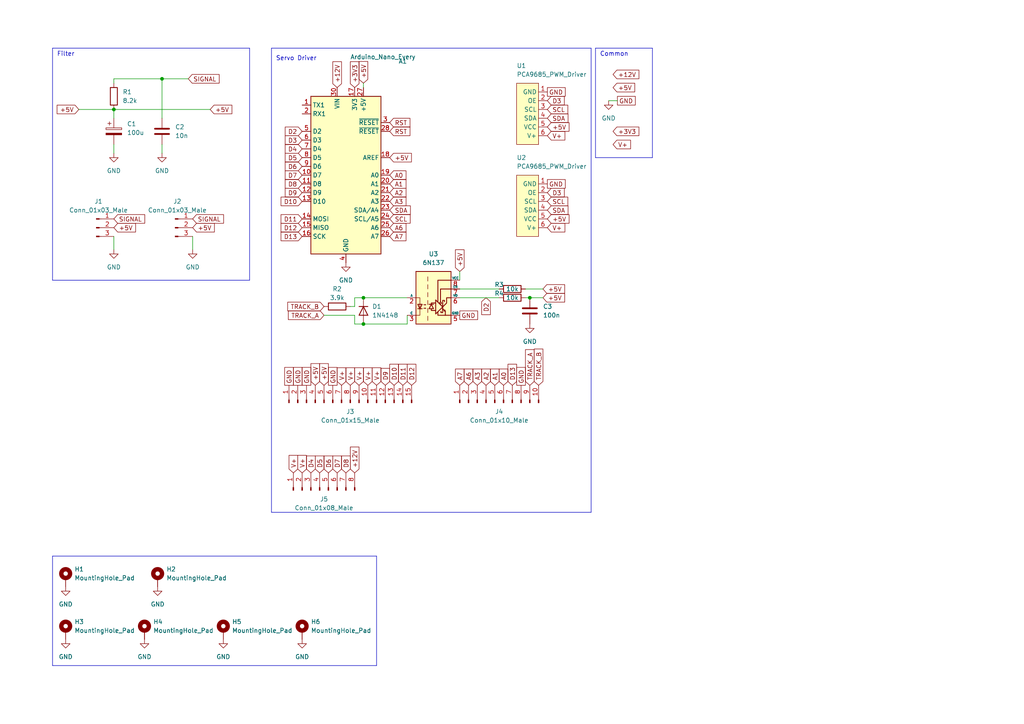
<source format=kicad_sch>
(kicad_sch (version 20230121) (generator eeschema)
  (paper "A4")
  (lib_symbols
    (symbol "Connector:Conn_01x03_Pin" (pin_names (offset 1.016) hide)
      (property "Reference" "J" (at 0 5.08 0))
      (property "Value" "Conn_01x03_Pin" (at 0 -5.08 0))
      (symbol "Conn_01x03_Pin_1_1"
        (polyline (pts (xy 1.27 -2.54) (xy 0.8636 -2.54)) (stroke (width 0.1524)))
        (polyline (pts (xy 1.27 0) (xy 0.8636 0)) (stroke (width 0.1524)))
        (polyline (pts (xy 1.27 2.54) (xy 0.8636 2.54)) (stroke (width 0.1524)))
        (rectangle (start 0.8636 -2.413) (end 0 -2.667) (stroke (width 0.1524)) (fill (type outline)))
        (rectangle (start 0.8636 0.127) (end 0 -0.127) (stroke (width 0.1524)) (fill (type outline)))
        (rectangle (start 0.8636 2.667) (end 0 2.413) (stroke (width 0.1524)) (fill (type outline)))
        (pin passive line (at 5.08 2.54 180) (length 3.81) (name "Pin_1") (number "1"))
        (pin passive line (at 5.08 0 180) (length 3.81) (name "Pin_2") (number "2"))
        (pin passive line (at 5.08 -2.54 180) (length 3.81) (name "Pin_3") (number "3"))
      )
    )
    (symbol "Connector:Conn_01x08_Pin" (pin_names (offset 1.016) hide)
      (property "Reference" "J" (at 0 10.16 0))
      (property "Value" "Conn_01x08_Pin" (at 0 -12.7 0))
      (symbol "Conn_01x08_Pin_1_1"
        (polyline (pts (xy 1.27 -10.16) (xy 0.8636 -10.16)) (stroke (width 0.1524)))
        (polyline (pts (xy 1.27 -7.62) (xy 0.8636 -7.62)) (stroke (width 0.1524)))
        (polyline (pts (xy 1.27 -5.08) (xy 0.8636 -5.08)) (stroke (width 0.1524)))
        (polyline (pts (xy 1.27 -2.54) (xy 0.8636 -2.54)) (stroke (width 0.1524)))
        (polyline (pts (xy 1.27 0) (xy 0.8636 0)) (stroke (width 0.1524)))
        (polyline (pts (xy 1.27 2.54) (xy 0.8636 2.54)) (stroke (width 0.1524)))
        (polyline (pts (xy 1.27 5.08) (xy 0.8636 5.08)) (stroke (width 0.1524)))
        (polyline (pts (xy 1.27 7.62) (xy 0.8636 7.62)) (stroke (width 0.1524)))
        (rectangle (start 0.8636 -10.033) (end 0 -10.287) (stroke (width 0.1524)) (fill (type outline)))
        (rectangle (start 0.8636 -7.493) (end 0 -7.747) (stroke (width 0.1524)) (fill (type outline)))
        (rectangle (start 0.8636 -4.953) (end 0 -5.207) (stroke (width 0.1524)) (fill (type outline)))
        (rectangle (start 0.8636 -2.413) (end 0 -2.667) (stroke (width 0.1524)) (fill (type outline)))
        (rectangle (start 0.8636 0.127) (end 0 -0.127) (stroke (width 0.1524)) (fill (type outline)))
        (rectangle (start 0.8636 2.667) (end 0 2.413) (stroke (width 0.1524)) (fill (type outline)))
        (rectangle (start 0.8636 5.207) (end 0 4.953) (stroke (width 0.1524)) (fill (type outline)))
        (rectangle (start 0.8636 7.747) (end 0 7.493) (stroke (width 0.1524)) (fill (type outline)))
        (pin passive line (at 5.08 7.62 180) (length 3.81) (name "Pin_1") (number "1"))
        (pin passive line (at 5.08 5.08 180) (length 3.81) (name "Pin_2") (number "2"))
        (pin passive line (at 5.08 2.54 180) (length 3.81) (name "Pin_3") (number "3"))
        (pin passive line (at 5.08 0 180) (length 3.81) (name "Pin_4") (number "4"))
        (pin passive line (at 5.08 -2.54 180) (length 3.81) (name "Pin_5") (number "5"))
        (pin passive line (at 5.08 -5.08 180) (length 3.81) (name "Pin_6") (number "6"))
        (pin passive line (at 5.08 -7.62 180) (length 3.81) (name "Pin_7") (number "7"))
        (pin passive line (at 5.08 -10.16 180) (length 3.81) (name "Pin_8") (number "8"))
      )
    )
    (symbol "Connector:Conn_01x10_Pin" (pin_names (offset 1.016) hide)
      (property "Reference" "J" (at 0 12.7 0))
      (property "Value" "Conn_01x10_Pin" (at 0 -15.24 0))
      (symbol "Conn_01x10_Pin_1_1"
        (polyline (pts (xy 1.27 -12.7) (xy 0.8636 -12.7)) (stroke (width 0.1524)))
        (polyline (pts (xy 1.27 -10.16) (xy 0.8636 -10.16)) (stroke (width 0.1524)))
        (polyline (pts (xy 1.27 -7.62) (xy 0.8636 -7.62)) (stroke (width 0.1524)))
        (polyline (pts (xy 1.27 -5.08) (xy 0.8636 -5.08)) (stroke (width 0.1524)))
        (polyline (pts (xy 1.27 -2.54) (xy 0.8636 -2.54)) (stroke (width 0.1524)))
        (polyline (pts (xy 1.27 0) (xy 0.8636 0)) (stroke (width 0.1524)))
        (polyline (pts (xy 1.27 2.54) (xy 0.8636 2.54)) (stroke (width 0.1524)))
        (polyline (pts (xy 1.27 5.08) (xy 0.8636 5.08)) (stroke (width 0.1524)))
        (polyline (pts (xy 1.27 7.62) (xy 0.8636 7.62)) (stroke (width 0.1524)))
        (polyline (pts (xy 1.27 10.16) (xy 0.8636 10.16)) (stroke (width 0.1524)))
        (rectangle (start 0.8636 -12.573) (end 0 -12.827) (stroke (width 0.1524)) (fill (type outline)))
        (rectangle (start 0.8636 -10.033) (end 0 -10.287) (stroke (width 0.1524)) (fill (type outline)))
        (rectangle (start 0.8636 -7.493) (end 0 -7.747) (stroke (width 0.1524)) (fill (type outline)))
        (rectangle (start 0.8636 -4.953) (end 0 -5.207) (stroke (width 0.1524)) (fill (type outline)))
        (rectangle (start 0.8636 -2.413) (end 0 -2.667) (stroke (width 0.1524)) (fill (type outline)))
        (rectangle (start 0.8636 0.127) (end 0 -0.127) (stroke (width 0.1524)) (fill (type outline)))
        (rectangle (start 0.8636 2.667) (end 0 2.413) (stroke (width 0.1524)) (fill (type outline)))
        (rectangle (start 0.8636 5.207) (end 0 4.953) (stroke (width 0.1524)) (fill (type outline)))
        (rectangle (start 0.8636 7.747) (end 0 7.493) (stroke (width 0.1524)) (fill (type outline)))
        (rectangle (start 0.8636 10.287) (end 0 10.033) (stroke (width 0.1524)) (fill (type outline)))
        (pin passive line (at 5.08 10.16 180) (length 3.81) (name "Pin_1") (number "1"))
        (pin passive line (at 5.08 -12.7 180) (length 3.81) (name "Pin_10") (number "10"))
        (pin passive line (at 5.08 7.62 180) (length 3.81) (name "Pin_2") (number "2"))
        (pin passive line (at 5.08 5.08 180) (length 3.81) (name "Pin_3") (number "3"))
        (pin passive line (at 5.08 2.54 180) (length 3.81) (name "Pin_4") (number "4"))
        (pin passive line (at 5.08 0 180) (length 3.81) (name "Pin_5") (number "5"))
        (pin passive line (at 5.08 -2.54 180) (length 3.81) (name "Pin_6") (number "6"))
        (pin passive line (at 5.08 -5.08 180) (length 3.81) (name "Pin_7") (number "7"))
        (pin passive line (at 5.08 -7.62 180) (length 3.81) (name "Pin_8") (number "8"))
        (pin passive line (at 5.08 -10.16 180) (length 3.81) (name "Pin_9") (number "9"))
      )
    )
    (symbol "Connector:Conn_01x15_Pin" (pin_names (offset 1.016) hide)
      (property "Reference" "J" (at 0 20.32 0))
      (property "Value" "Conn_01x15_Pin" (at 0 -20.32 0))
      (symbol "Conn_01x15_Pin_1_1"
        (polyline (pts (xy 1.27 -17.78) (xy 0.8636 -17.78)) (stroke (width 0.1524)))
        (polyline (pts (xy 1.27 -15.24) (xy 0.8636 -15.24)) (stroke (width 0.1524)))
        (polyline (pts (xy 1.27 -12.7) (xy 0.8636 -12.7)) (stroke (width 0.1524)))
        (polyline (pts (xy 1.27 -10.16) (xy 0.8636 -10.16)) (stroke (width 0.1524)))
        (polyline (pts (xy 1.27 -7.62) (xy 0.8636 -7.62)) (stroke (width 0.1524)))
        (polyline (pts (xy 1.27 -5.08) (xy 0.8636 -5.08)) (stroke (width 0.1524)))
        (polyline (pts (xy 1.27 -2.54) (xy 0.8636 -2.54)) (stroke (width 0.1524)))
        (polyline (pts (xy 1.27 0) (xy 0.8636 0)) (stroke (width 0.1524)))
        (polyline (pts (xy 1.27 2.54) (xy 0.8636 2.54)) (stroke (width 0.1524)))
        (polyline (pts (xy 1.27 5.08) (xy 0.8636 5.08)) (stroke (width 0.1524)))
        (polyline (pts (xy 1.27 7.62) (xy 0.8636 7.62)) (stroke (width 0.1524)))
        (polyline (pts (xy 1.27 10.16) (xy 0.8636 10.16)) (stroke (width 0.1524)))
        (polyline (pts (xy 1.27 12.7) (xy 0.8636 12.7)) (stroke (width 0.1524)))
        (polyline (pts (xy 1.27 15.24) (xy 0.8636 15.24)) (stroke (width 0.1524)))
        (polyline (pts (xy 1.27 17.78) (xy 0.8636 17.78)) (stroke (width 0.1524)))
        (rectangle (start 0.8636 -17.653) (end 0 -17.907) (stroke (width 0.1524)) (fill (type outline)))
        (rectangle (start 0.8636 -15.113) (end 0 -15.367) (stroke (width 0.1524)) (fill (type outline)))
        (rectangle (start 0.8636 -12.573) (end 0 -12.827) (stroke (width 0.1524)) (fill (type outline)))
        (rectangle (start 0.8636 -10.033) (end 0 -10.287) (stroke (width 0.1524)) (fill (type outline)))
        (rectangle (start 0.8636 -7.493) (end 0 -7.747) (stroke (width 0.1524)) (fill (type outline)))
        (rectangle (start 0.8636 -4.953) (end 0 -5.207) (stroke (width 0.1524)) (fill (type outline)))
        (rectangle (start 0.8636 -2.413) (end 0 -2.667) (stroke (width 0.1524)) (fill (type outline)))
        (rectangle (start 0.8636 0.127) (end 0 -0.127) (stroke (width 0.1524)) (fill (type outline)))
        (rectangle (start 0.8636 2.667) (end 0 2.413) (stroke (width 0.1524)) (fill (type outline)))
        (rectangle (start 0.8636 5.207) (end 0 4.953) (stroke (width 0.1524)) (fill (type outline)))
        (rectangle (start 0.8636 7.747) (end 0 7.493) (stroke (width 0.1524)) (fill (type outline)))
        (rectangle (start 0.8636 10.287) (end 0 10.033) (stroke (width 0.1524)) (fill (type outline)))
        (rectangle (start 0.8636 12.827) (end 0 12.573) (stroke (width 0.1524)) (fill (type outline)))
        (rectangle (start 0.8636 15.367) (end 0 15.113) (stroke (width 0.1524)) (fill (type outline)))
        (rectangle (start 0.8636 17.907) (end 0 17.653) (stroke (width 0.1524)) (fill (type outline)))
        (pin passive line (at 5.08 17.78 180) (length 3.81) (name "Pin_1") (number "1"))
        (pin passive line (at 5.08 -5.08 180) (length 3.81) (name "Pin_10") (number "10"))
        (pin passive line (at 5.08 -7.62 180) (length 3.81) (name "Pin_11") (number "11"))
        (pin passive line (at 5.08 -10.16 180) (length 3.81) (name "Pin_12") (number "12"))
        (pin passive line (at 5.08 -12.7 180) (length 3.81) (name "Pin_13") (number "13"))
        (pin passive line (at 5.08 -15.24 180) (length 3.81) (name "Pin_14") (number "14"))
        (pin passive line (at 5.08 -17.78 180) (length 3.81) (name "Pin_15") (number "15"))
        (pin passive line (at 5.08 15.24 180) (length 3.81) (name "Pin_2") (number "2"))
        (pin passive line (at 5.08 12.7 180) (length 3.81) (name "Pin_3") (number "3"))
        (pin passive line (at 5.08 10.16 180) (length 3.81) (name "Pin_4") (number "4"))
        (pin passive line (at 5.08 7.62 180) (length 3.81) (name "Pin_5") (number "5"))
        (pin passive line (at 5.08 5.08 180) (length 3.81) (name "Pin_6") (number "6"))
        (pin passive line (at 5.08 2.54 180) (length 3.81) (name "Pin_7") (number "7"))
        (pin passive line (at 5.08 0 180) (length 3.81) (name "Pin_8") (number "8"))
        (pin passive line (at 5.08 -2.54 180) (length 3.81) (name "Pin_9") (number "9"))
      )
    )
    (symbol "Device:C" (pin_numbers hide) (pin_names (offset 0.254))
      (property "Reference" "C" (at 0.635 2.54 0))
      (property "Value" "C" (at 0.635 -2.54 0))
      (symbol "C_0_1"
        (polyline (pts (xy -2.032 -0.762) (xy 2.032 -0.762)) (stroke (width 0.508)))
        (polyline (pts (xy -2.032 0.762) (xy 2.032 0.762)) (stroke (width 0.508)))
      )
      (symbol "C_1_1"
        (pin passive line (at 0 3.81 270) (length 2.794) (name "~") (number "1"))
        (pin passive line (at 0 -3.81 90) (length 2.794) (name "~") (number "2"))
      )
    )
    (symbol "Device:C_Polarized" (pin_numbers hide) (pin_names (offset 0.254))
      (property "Reference" "C" (at 0.635 2.54 0))
      (property "Value" "C_Polarized" (at 0.635 -2.54 0))
      (symbol "C_Polarized_0_1"
        (rectangle (start -2.286 0.508) (end 2.286 1.016))
        (polyline (pts (xy -1.778 2.286) (xy -0.762 2.286)))
        (polyline (pts (xy -1.27 2.794) (xy -1.27 1.778)))
        (rectangle (start 2.286 -0.508) (end -2.286 -1.016) (fill (type outline)))
      )
      (symbol "C_Polarized_1_1"
        (pin passive line (at 0 3.81 270) (length 2.794) (name "~") (number "1"))
        (pin passive line (at 0 -3.81 90) (length 2.794) (name "~") (number "2"))
      )
    )
    (symbol "Device:R" (pin_numbers hide) (pin_names (offset 0))
      (property "Reference" "R" (at 2.032 0 90))
      (property "Value" "R" (at 0 0 90))
      (symbol "R_0_1"
        (rectangle (start -1.016 -2.54) (end 1.016 2.54) (stroke (width 0.254)))
      )
      (symbol "R_1_1"
        (pin passive line (at 0 3.81 270) (length 1.27) (name "~") (number "1"))
        (pin passive line (at 0 -3.81 90) (length 1.27) (name "~") (number "2"))
      )
    )
    (symbol "Diode:1N4148" (pin_numbers hide) (pin_names hide)
      (property "Reference" "D" (at 0 2.54 0))
      (property "Value" "1N4148" (at 0 -2.54 0))
      (symbol "1N4148_0_1"
        (polyline (pts (xy -1.27 1.27) (xy -1.27 -1.27)) (stroke (width 0.254)))
        (polyline (pts (xy 1.27 0) (xy -1.27 0)))
        (polyline (pts (xy 1.27 1.27) (xy 1.27 -1.27) (xy -1.27 0) (xy 1.27 1.27)) (stroke (width 0.254)))
      )
      (symbol "1N4148_1_1"
        (pin passive line (at -3.81 0 0) (length 2.54) (name "K") (number "1"))
        (pin passive line (at 3.81 0 180) (length 2.54) (name "A") (number "2"))
      )
    )
    (symbol "Isolator:6N137" (pin_names (offset 0))
      (property "Reference" "U" (at -4.064 8.89 0))
      (property "Value" "6N137" (at 0 -8.89 0))
      (symbol "6N137_0_1"
        (polyline (pts (xy 2.667 -3.556) (xy 2.667 -1.651)) (stroke (width 0.254)))
        (polyline (pts (xy 2.667 -2.159) (xy 2.667 -2.921)) (stroke (width 0.254)))
        (polyline (pts (xy 3.429 -3.937) (xy 3.429 -5.08)) (stroke (width 0.254)))
        (polyline (pts (xy -0.635 -3.302) (xy -0.635 -3.683) (xy 0.635 -3.683)) (stroke (width 0.254)))
        (polyline (pts (xy -0.635 -1.905) (xy -0.635 -1.524) (xy 0.508 -1.524)) (stroke (width 0.254)))
        (polyline (pts (xy 1.27 -4.064) (xy 1.27 -5.08) (xy 5.08 -5.08)) (stroke (width 0.254)))
        (polyline (pts (xy 1.27 -1.27) (xy 1.27 5.08) (xy 5.08 5.08)) (stroke (width 0.254)))
        (polyline (pts (xy 2.032 -1.27) (xy 2.032 2.54) (xy 5.08 2.54)) (stroke (width 0.254)))
        (polyline (pts (xy -5.08 -5.08) (xy -3.937 -5.08) (xy -3.937 0) (xy -5.08 0)))
        (polyline (pts (xy 2.667 -3.302) (xy 2.667 -4.318) (xy 2.159 -4.318) (xy 2.159 -3.937)) (stroke (width 0.254)))
        (polyline (pts (xy 2.667 -2.667) (xy 0.635 -4.699) (xy 0.635 -0.635) (xy 2.667 -2.667)) (stroke (width 0.254)))
        (polyline (pts (xy 2.667 -1.778) (xy 2.667 -0.762) (xy 3.175 -0.762) (xy 3.175 -1.143)) (stroke (width 0.254)))
        (polyline (pts (xy 2.794 -2.54) (xy 3.81 -1.524) (xy 3.81 0) (xy 5.08 0)) (stroke (width 0.254)))
        (polyline (pts (xy 2.667 -3.175) (xy 3.429 -3.937) (xy 3.302 -3.556) (xy 3.048 -3.81) (xy 3.429 -3.937)) (stroke (width 0.254)))
        (circle (center 2.032 -1.524) (radius 0.254) (stroke (width 0.254)))
      )
      (symbol "6N137_1_1"
        (rectangle (start -5.08 7.62) (end 5.08 -7.62) (stroke (width 0.254)) (fill (type background)))
        (polyline (pts (xy -4.572 -3.175) (xy -3.302 -3.175)) (stroke (width 0.254)))
        (polyline (pts (xy -1.651 -5.334) (xy -1.651 -6.604)))
        (polyline (pts (xy -1.651 -3.048) (xy -1.651 -4.318)))
        (polyline (pts (xy -1.651 -0.762) (xy -1.651 -2.032)))
        (polyline (pts (xy -1.651 1.524) (xy -1.651 0.254)))
        (polyline (pts (xy -1.651 3.81) (xy -1.651 2.54)))
        (polyline (pts (xy -1.651 6.096) (xy -1.651 4.826)))
        (polyline (pts (xy -1.27 -1.905) (xy 0 -1.905)) (stroke (width 0.254)))
        (polyline (pts (xy -3.937 -3.175) (xy -4.572 -1.905) (xy -3.302 -1.905) (xy -3.937 -3.175)) (stroke (width 0.254)))
        (polyline (pts (xy -0.635 -1.905) (xy -1.27 -3.175) (xy 0 -3.175) (xy -0.635 -1.905)) (stroke (width 0.254)))
        (polyline (pts (xy -2.921 -3.048) (xy -2.159 -3.048) (xy -2.54 -3.175) (xy -2.54 -2.921) (xy -2.159 -3.048)) (stroke (width 0.127)))
        (polyline (pts (xy -2.921 -2.032) (xy -2.159 -2.032) (xy -2.54 -2.159) (xy -2.54 -1.905) (xy -2.159 -2.032)) (stroke (width 0.127)))
        (pin no_connect line (at -5.08 5.08 0) (length 2.54) hide (name "NC") (number "1"))
        (pin passive line (at -7.62 0 0) (length 2.54) (name "A") (number "2"))
        (pin passive line (at -7.62 -5.08 0) (length 2.54) (name "C") (number "3"))
        (pin power_in line (at 7.62 -5.08 180) (length 2.54) (name "GND") (number "5"))
        (pin open_collector line (at 7.62 0 180) (length 2.54) (name "VO") (number "6"))
        (pin input line (at 7.62 2.54 180) (length 2.54) (name "EN") (number "7"))
        (pin power_in line (at 7.62 5.08 180) (length 2.54) (name "VCC") (number "8"))
      )
    )
    (symbol "MCU_Module:Arduino_Nano_Every"
      (property "Reference" "A" (at -10.16 23.495 0))
      (property "Value" "Arduino_Nano_Every" (at 5.08 -24.13 0))
      (symbol "Arduino_Nano_Every_0_1"
        (rectangle (start -10.16 22.86) (end 10.16 -22.86) (stroke (width 0.254)) (fill (type background)))
      )
      (symbol "Arduino_Nano_Every_1_1"
        (pin bidirectional line (at -12.7 20.32 0) (length 2.54) (name "TX1") (number "1"))
        (pin bidirectional line (at -12.7 0 0) (length 2.54) (name "D7") (number "10"))
        (pin bidirectional line (at -12.7 -2.54 0) (length 2.54) (name "D8") (number "11"))
        (pin bidirectional line (at -12.7 -5.08 0) (length 2.54) (name "D9") (number "12"))
        (pin bidirectional line (at -12.7 -7.62 0) (length 2.54) (name "D10") (number "13"))
        (pin bidirectional line (at -12.7 -12.7 0) (length 2.54) (name "MOSI") (number "14"))
        (pin bidirectional line (at -12.7 -15.24 0) (length 2.54) (name "MISO") (number "15"))
        (pin bidirectional line (at -12.7 -17.78 0) (length 2.54) (name "SCK") (number "16"))
        (pin power_out line (at 2.54 25.4 270) (length 2.54) (name "3V3") (number "17"))
        (pin input line (at 12.7 5.08 180) (length 2.54) (name "AREF") (number "18"))
        (pin bidirectional line (at 12.7 0 180) (length 2.54) (name "A0") (number "19"))
        (pin bidirectional line (at -12.7 17.78 0) (length 2.54) (name "RX1") (number "2"))
        (pin bidirectional line (at 12.7 -2.54 180) (length 2.54) (name "A1") (number "20"))
        (pin bidirectional line (at 12.7 -5.08 180) (length 2.54) (name "A2") (number "21"))
        (pin bidirectional line (at 12.7 -7.62 180) (length 2.54) (name "A3") (number "22"))
        (pin bidirectional line (at 12.7 -10.16 180) (length 2.54) (name "SDA/A4") (number "23"))
        (pin bidirectional line (at 12.7 -12.7 180) (length 2.54) (name "SCL/A5") (number "24"))
        (pin bidirectional line (at 12.7 -15.24 180) (length 2.54) (name "A6") (number "25"))
        (pin bidirectional line (at 12.7 -17.78 180) (length 2.54) (name "A7") (number "26"))
        (pin power_out line (at 5.08 25.4 270) (length 2.54) (name "+5V") (number "27"))
        (pin input line (at 12.7 12.7 180) (length 2.54) (name "~{RESET}") (number "28"))
        (pin passive line (at 0 -25.4 90) (length 2.54) hide (name "GND") (number "29"))
        (pin input line (at 12.7 15.24 180) (length 2.54) (name "~{RESET}") (number "3"))
        (pin power_in line (at -2.54 25.4 270) (length 2.54) (name "VIN") (number "30"))
        (pin power_in line (at 0 -25.4 90) (length 2.54) (name "GND") (number "4"))
        (pin bidirectional line (at -12.7 12.7 0) (length 2.54) (name "D2") (number "5"))
        (pin bidirectional line (at -12.7 10.16 0) (length 2.54) (name "D3") (number "6"))
        (pin bidirectional line (at -12.7 7.62 0) (length 2.54) (name "D4") (number "7"))
        (pin bidirectional line (at -12.7 5.08 0) (length 2.54) (name "D5") (number "8"))
        (pin bidirectional line (at -12.7 2.54 0) (length 2.54) (name "D6") (number "9"))
      )
    )
    (symbol "Mechanical:MountingHole_Pad" (pin_numbers hide) (pin_names (offset 1.016) hide)
      (property "Reference" "H" (at 0 6.35 0))
      (property "Value" "MountingHole_Pad" (at 0 4.445 0))
      (symbol "MountingHole_Pad_0_1"
        (circle (center 0 1.27) (radius 1.27) (stroke (width 1.27)))
      )
      (symbol "MountingHole_Pad_1_1"
        (pin input line (at 0 -2.54 90) (length 2.54) (name "1") (number "1"))
      )
    )
    (symbol "PCA9685_PWM_Driver:PCA9685_PWM_Driver"
      (property "Reference" "U" (at 2.54 3.81 0))
      (property "Value" "PCA9685_PWM_Driver" (at 3.81 1.27 0))
      (symbol "PCA9685_PWM_Driver_0_1"
        (rectangle (start 0 0) (end 6.35 -17.78) (fill (type background)))
      )
      (symbol "PCA9685_PWM_Driver_1_1"
        (pin input line (at 8.89 -2.54 180) (length 2.54) (name "GND") (number "1"))
        (pin input line (at 8.89 -5.08 180) (length 2.54) (name "OE") (number "2"))
        (pin input line (at 8.89 -7.62 180) (length 2.54) (name "SCL") (number "3"))
        (pin input line (at 8.89 -10.16 180) (length 2.54) (name "SDA") (number "4"))
        (pin input line (at 8.89 -12.7 180) (length 2.54) (name "VCC") (number "5"))
        (pin input line (at 8.89 -15.24 180) (length 2.54) (name "V+") (number "6"))
      )
    )
    (symbol "power:GND" (power) (pin_names (offset 0))
      (property "Value" "GND" (at 0 -3.81 0))
      (symbol "GND_0_1"
        (polyline (pts (xy 0 0) (xy 0 -1.27) (xy 1.27 -1.27) (xy 0 -2.54) (xy -1.27 -1.27) (xy 0 -1.27)))
      )
      (symbol "GND_1_1"
        (pin power_in line (at 0 0 270) (length 0) hide (name "GND") (number "1"))
      )
    )
  )
  (junction (at 153.67 86.36))
  (junction (at 105.41 86.36))
  (junction (at 46.99 22.86))
  (junction (at 33.02 31.75))
  (junction (at 105.41 93.98))
  (polyline (pts (xy 78.74 148.59) (xy 171.45 148.59)))
  (polyline (pts (xy 72.39 81.28) (xy 72.39 13.97)))
  (polyline (pts (xy 109.22 161.29) (xy 109.22 193.04)))
  (wire (pts (xy 101.6 88.9) (xy 102.87 88.9)))
  (polyline (pts (xy 172.72 45.72) (xy 189.23 45.72)))
  (polyline (pts (xy 172.72 13.97) (xy 189.23 13.97)))
  (wire (pts (xy 33.02 34.29) (xy 33.02 31.75)))
  (polyline (pts (xy 189.23 45.72) (xy 189.23 13.97)))
  (wire (pts (xy 133.35 86.36) (xy 144.78 86.36)))
  (wire (pts (xy 33.02 22.86) (xy 33.02 24.13)))
  (polyline (pts (xy 15.24 81.28) (xy 72.39 81.28)))
  (wire (pts (xy 33.02 41.91) (xy 33.02 44.45)))
  (wire (pts (xy 102.87 93.98) (xy 105.41 93.98)))
  (polyline (pts (xy 78.74 13.97) (xy 171.45 13.97)))
  (wire (pts (xy 176.53 29.21) (xy 179.07 29.21)))
  (polyline (pts (xy 15.24 161.29) (xy 109.22 161.29)))
  (wire (pts (xy 22.86 31.75) (xy 33.02 31.75)))
  (wire (pts (xy 118.11 93.98) (xy 118.11 91.44)))
  (wire (pts (xy 102.87 91.44) (xy 102.87 93.98)))
  (wire (pts (xy 33.02 31.75) (xy 60.96 31.75)))
  (wire (pts (xy 105.41 86.36) (xy 118.11 86.36)))
  (polyline (pts (xy 15.24 13.97) (xy 72.39 13.97)))
  (wire (pts (xy 33.02 22.86) (xy 46.99 22.86)))
  (wire (pts (xy 46.99 41.91) (xy 46.99 44.45)))
  (polyline (pts (xy 109.22 193.04) (xy 15.24 193.04)))
  (wire (pts (xy 153.67 86.36) (xy 152.4 86.36)))
  (wire (pts (xy 46.99 22.86) (xy 54.61 22.86)))
  (wire (pts (xy 157.48 86.36) (xy 153.67 86.36)))
  (polyline (pts (xy 15.24 13.97) (xy 15.24 81.28)))
  (wire (pts (xy 133.35 83.82) (xy 144.78 83.82)))
  (polyline (pts (xy 172.72 13.97) (xy 172.72 45.72)))
  (wire (pts (xy 33.02 68.58) (xy 33.02 72.39)))
  (polyline (pts (xy 15.24 161.29) (xy 15.24 193.04)))
  (polyline (pts (xy 78.74 13.97) (xy 78.74 148.59)))
  (wire (pts (xy 46.99 22.86) (xy 46.99 34.29)))
  (polyline (pts (xy 171.45 148.59) (xy 171.45 13.97)))
  (wire (pts (xy 105.41 93.98) (xy 118.11 93.98)))
  (wire (pts (xy 133.35 78.74) (xy 133.35 81.28)))
  (wire (pts (xy 105.41 25.4) (xy 105.41 24.13)))
  (wire (pts (xy 102.87 88.9) (xy 102.87 86.36)))
  (wire (pts (xy 55.88 68.58) (xy 55.88 72.39)))
  (wire (pts (xy 102.87 86.36) (xy 105.41 86.36)))
  (wire (pts (xy 93.98 91.44) (xy 102.87 91.44)))
  (wire (pts (xy 157.48 83.82) (xy 152.4 83.82)))
  (text "Common" (at 173.99 16.51 0) (effects (font (size 1.27 1.27)) (justify left bottom)))
  (text "Filter" (at 16.51 16.51 0) (effects (font (size 1.27 1.27)) (justify left bottom)))
  (text "Servo Driver" (at 80.01 17.78 0) (effects (font (size 1.27 1.27)) (justify left bottom)))
  (global_label "SCL" (shape input) (at 158.75 31.75 0) (property "Intersheetrefs" "${INTERSHEET_REFS}" (effects hide)))
  (global_label "RST" (shape input) (at 113.03 35.56 0) (property "Intersheetrefs" "${INTERSHEET_REFS}" (effects hide)))
  (global_label "GND" (shape passive) (at 158.75 26.67 0) (property "Intersheetrefs" "${INTERSHEET_REFS}" (effects hide)))
  (global_label "GND" (shape passive) (at 83.82 111.76 90) (property "Intersheetrefs" "${INTERSHEET_REFS}" (effects hide)))
  (global_label "+12V" (shape input) (at 97.79 25.4 90) (property "Intersheetrefs" "${INTERSHEET_REFS}" (effects hide)))
  (global_label "SCL" (shape input) (at 113.03 63.5 0) (property "Intersheetrefs" "${INTERSHEET_REFS}" (effects hide)))
  (global_label "D7" (shape input) (at 87.63 50.8 180) (property "Intersheetrefs" "${INTERSHEET_REFS}" (effects hide)))
  (global_label "+5V" (shape input) (at 177.8 25.4 0) (property "Intersheetrefs" "${INTERSHEET_REFS}" (effects hide)))
  (global_label "D6" (shape input) (at 87.63 48.26 180) (property "Intersheetrefs" "${INTERSHEET_REFS}" (effects hide)))
  (global_label "A1" (shape input) (at 143.51 111.76 90) (property "Intersheetrefs" "${INTERSHEET_REFS}" (effects hide)))
  (global_label "+5V" (shape input) (at 55.88 66.04 0) (property "Intersheetrefs" "${INTERSHEET_REFS}" (effects hide)))
  (global_label "+3V3" (shape input) (at 177.8 38.1 0) (property "Intersheetrefs" "${INTERSHEET_REFS}" (effects hide)))
  (global_label "D3" (shape input) (at 158.75 55.88 0) (property "Intersheetrefs" "${INTERSHEET_REFS}" (effects hide)))
  (global_label "A6" (shape input) (at 135.89 111.76 90) (property "Intersheetrefs" "${INTERSHEET_REFS}" (effects hide)))
  (global_label "V+" (shape input) (at 99.06 111.76 90) (property "Intersheetrefs" "${INTERSHEET_REFS}" (effects hide)))
  (global_label "GND" (shape passive) (at 133.35 91.44 0) (property "Intersheetrefs" "${INTERSHEET_REFS}" (effects hide)))
  (global_label "V+" (shape input) (at 104.14 111.76 90) (property "Intersheetrefs" "${INTERSHEET_REFS}" (effects hide)))
  (global_label "GND" (shape passive) (at 88.9 111.76 90) (property "Intersheetrefs" "${INTERSHEET_REFS}" (effects hide)))
  (global_label "+5V" (shape input) (at 33.02 66.04 0) (property "Intersheetrefs" "${INTERSHEET_REFS}" (effects hide)))
  (global_label "TRACK_A" (shape input) (at 93.98 91.44 180) (property "Intersheetrefs" "${INTERSHEET_REFS}" (effects hide)))
  (global_label "A7" (shape input) (at 113.03 68.58 0) (property "Intersheetrefs" "${INTERSHEET_REFS}" (effects hide)))
  (global_label "D8" (shape input) (at 87.63 53.34 180) (property "Intersheetrefs" "${INTERSHEET_REFS}" (effects hide)))
  (global_label "RST" (shape input) (at 113.03 38.1 0) (property "Intersheetrefs" "${INTERSHEET_REFS}" (effects hide)))
  (global_label "D5" (shape input) (at 92.71 137.16 90) (property "Intersheetrefs" "${INTERSHEET_REFS}" (effects hide)))
  (global_label "SCL" (shape input) (at 158.75 58.42 0) (property "Intersheetrefs" "${INTERSHEET_REFS}" (effects hide)))
  (global_label "D9" (shape input) (at 111.76 111.76 90) (property "Intersheetrefs" "${INTERSHEET_REFS}" (effects hide)))
  (global_label "D11" (shape input) (at 116.84 111.76 90) (property "Intersheetrefs" "${INTERSHEET_REFS}" (effects hide)))
  (global_label "GND" (shape passive) (at 158.75 53.34 0) (property "Intersheetrefs" "${INTERSHEET_REFS}" (effects hide)))
  (global_label "+5V" (shape input) (at 158.75 63.5 0) (property "Intersheetrefs" "${INTERSHEET_REFS}" (effects hide)))
  (global_label "D6" (shape input) (at 95.25 137.16 90) (property "Intersheetrefs" "${INTERSHEET_REFS}" (effects hide)))
  (global_label "+5V" (shape input) (at 113.03 45.72 0) (property "Intersheetrefs" "${INTERSHEET_REFS}" (effects hide)))
  (global_label "V+" (shape input) (at 106.68 111.76 90) (property "Intersheetrefs" "${INTERSHEET_REFS}" (effects hide)))
  (global_label "D13" (shape input) (at 148.59 111.76 90) (property "Intersheetrefs" "${INTERSHEET_REFS}" (effects hide)))
  (global_label "A2" (shape input) (at 140.97 111.76 90) (property "Intersheetrefs" "${INTERSHEET_REFS}" (effects hide)))
  (global_label "D7" (shape input) (at 97.79 137.16 90) (property "Intersheetrefs" "${INTERSHEET_REFS}" (effects hide)))
  (global_label "SIGNAL" (shape input) (at 33.02 63.5 0) (property "Intersheetrefs" "${INTERSHEET_REFS}" (effects hide)))
  (global_label "D3" (shape input) (at 87.63 40.64 180) (property "Intersheetrefs" "${INTERSHEET_REFS}" (effects hide)))
  (global_label "+12V" (shape input) (at 177.8 21.59 0) (property "Intersheetrefs" "${INTERSHEET_REFS}" (effects hide)))
  (global_label "SDA" (shape input) (at 113.03 60.96 0) (property "Intersheetrefs" "${INTERSHEET_REFS}" (effects hide)))
  (global_label "A3" (shape input) (at 138.43 111.76 90) (property "Intersheetrefs" "${INTERSHEET_REFS}" (effects hide)))
  (global_label "D12" (shape input) (at 119.38 111.76 90) (property "Intersheetrefs" "${INTERSHEET_REFS}" (effects hide)))
  (global_label "V+" (shape input) (at 158.75 39.37 0) (property "Intersheetrefs" "${INTERSHEET_REFS}" (effects hide)))
  (global_label "TRACK_B" (shape input) (at 93.98 88.9 180) (property "Intersheetrefs" "${INTERSHEET_REFS}" (effects hide)))
  (global_label "+5V" (shape input) (at 60.96 31.75 0) (property "Intersheetrefs" "${INTERSHEET_REFS}" (effects hide)))
  (global_label "GND" (shape passive) (at 151.13 111.76 90) (property "Intersheetrefs" "${INTERSHEET_REFS}" (effects hide)))
  (global_label "SIGNAL" (shape input) (at 55.88 63.5 0) (property "Intersheetrefs" "${INTERSHEET_REFS}" (effects hide)))
  (global_label "+5V" (shape input) (at 133.35 78.74 90) (property "Intersheetrefs" "${INTERSHEET_REFS}" (effects hide)))
  (global_label "V+" (shape input) (at 87.63 137.16 90) (property "Intersheetrefs" "${INTERSHEET_REFS}" (effects hide)))
  (global_label "A6" (shape input) (at 113.03 66.04 0) (property "Intersheetrefs" "${INTERSHEET_REFS}" (effects hide)))
  (global_label "D2" (shape input) (at 87.63 38.1 180) (property "Intersheetrefs" "${INTERSHEET_REFS}" (effects hide)))
  (global_label "+12V" (shape input) (at 102.87 137.16 90) (property "Intersheetrefs" "${INTERSHEET_REFS}" (effects hide)))
  (global_label "D13" (shape input) (at 87.63 68.58 180) (property "Intersheetrefs" "${INTERSHEET_REFS}" (effects hide)))
  (global_label "D4" (shape input) (at 90.17 137.16 90) (property "Intersheetrefs" "${INTERSHEET_REFS}" (effects hide)))
  (global_label "D2" (shape input) (at 140.97 86.36 270) (property "Intersheetrefs" "${INTERSHEET_REFS}" (effects hide)))
  (global_label "GND" (shape passive) (at 86.36 111.76 90) (property "Intersheetrefs" "${INTERSHEET_REFS}" (effects hide)))
  (global_label "A0" (shape input) (at 146.05 111.76 90) (property "Intersheetrefs" "${INTERSHEET_REFS}" (effects hide)))
  (global_label "+5V" (shape input) (at 157.48 83.82 0) (property "Intersheetrefs" "${INTERSHEET_REFS}" (effects hide)))
  (global_label "D11" (shape input) (at 87.63 63.5 180) (property "Intersheetrefs" "${INTERSHEET_REFS}" (effects hide)))
  (global_label "+3V3" (shape input) (at 102.87 25.4 90) (property "Intersheetrefs" "${INTERSHEET_REFS}" (effects hide)))
  (global_label "D10" (shape input) (at 114.3 111.76 90) (property "Intersheetrefs" "${INTERSHEET_REFS}" (effects hide)))
  (global_label "V+" (shape input) (at 158.75 66.04 0) (property "Intersheetrefs" "${INTERSHEET_REFS}" (effects hide)))
  (global_label "GND" (shape passive) (at 179.07 29.21 0) (property "Intersheetrefs" "${INTERSHEET_REFS}" (effects hide)))
  (global_label "V+" (shape input) (at 177.8 41.91 0) (property "Intersheetrefs" "${INTERSHEET_REFS}" (effects hide)))
  (global_label "A2" (shape input) (at 113.03 55.88 0) (property "Intersheetrefs" "${INTERSHEET_REFS}" (effects hide)))
  (global_label "A7" (shape input) (at 133.35 111.76 90) (property "Intersheetrefs" "${INTERSHEET_REFS}" (effects hide)))
  (global_label "A0" (shape input) (at 113.03 50.8 0) (property "Intersheetrefs" "${INTERSHEET_REFS}" (effects hide)))
  (global_label "+5V" (shape input) (at 93.98 111.76 90) (property "Intersheetrefs" "${INTERSHEET_REFS}" (effects hide)))
  (global_label "SDA" (shape input) (at 158.75 34.29 0) (property "Intersheetrefs" "${INTERSHEET_REFS}" (effects hide)))
  (global_label "D8" (shape input) (at 100.33 137.16 90) (property "Intersheetrefs" "${INTERSHEET_REFS}" (effects hide)))
  (global_label "SDA" (shape input) (at 158.75 60.96 0) (property "Intersheetrefs" "${INTERSHEET_REFS}" (effects hide)))
  (global_label "V+" (shape input) (at 101.6 111.76 90) (property "Intersheetrefs" "${INTERSHEET_REFS}" (effects hide)))
  (global_label "A1" (shape input) (at 113.03 53.34 0) (property "Intersheetrefs" "${INTERSHEET_REFS}" (effects hide)))
  (global_label "TRACK_B" (shape input) (at 156.21 111.76 90) (property "Intersheetrefs" "${INTERSHEET_REFS}" (effects hide)))
  (global_label "D12" (shape input) (at 87.63 66.04 180) (property "Intersheetrefs" "${INTERSHEET_REFS}" (effects hide)))
  (global_label "+5V" (shape input) (at 157.48 86.36 0) (property "Intersheetrefs" "${INTERSHEET_REFS}" (effects hide)))
  (global_label "D10" (shape input) (at 87.63 58.42 180) (property "Intersheetrefs" "${INTERSHEET_REFS}" (effects hide)))
  (global_label "V+" (shape input) (at 85.09 137.16 90) (property "Intersheetrefs" "${INTERSHEET_REFS}" (effects hide)))
  (global_label "D3" (shape input) (at 158.75 29.21 0) (property "Intersheetrefs" "${INTERSHEET_REFS}" (effects hide)))
  (global_label "GND" (shape passive) (at 96.52 111.76 90) (property "Intersheetrefs" "${INTERSHEET_REFS}" (effects hide)))
  (global_label "V+" (shape input) (at 109.22 111.76 90) (property "Intersheetrefs" "${INTERSHEET_REFS}" (effects hide)))
  (global_label "SIGNAL" (shape input) (at 54.61 22.86 0) (property "Intersheetrefs" "${INTERSHEET_REFS}" (effects hide)))
  (global_label "+5V" (shape input) (at 158.75 36.83 0) (property "Intersheetrefs" "${INTERSHEET_REFS}" (effects hide)))
  (global_label "D5" (shape input) (at 87.63 45.72 180) (property "Intersheetrefs" "${INTERSHEET_REFS}" (effects hide)))
  (global_label "+5V" (shape input) (at 105.41 24.13 90) (property "Intersheetrefs" "${INTERSHEET_REFS}" (effects hide)))
  (global_label "+5V" (shape input) (at 91.44 111.76 90) (property "Intersheetrefs" "${INTERSHEET_REFS}" (effects hide)))
  (global_label "+5V" (shape input) (at 22.86 31.75 180) (property "Intersheetrefs" "${INTERSHEET_REFS}" (effects hide)))
  (global_label "D4" (shape input) (at 87.63 43.18 180) (property "Intersheetrefs" "${INTERSHEET_REFS}" (effects hide)))
  (global_label "A3" (shape input) (at 113.03 58.42 0) (property "Intersheetrefs" "${INTERSHEET_REFS}" (effects hide)))
  (global_label "TRACK_A" (shape input) (at 153.67 111.76 90) (property "Intersheetrefs" "${INTERSHEET_REFS}" (effects hide)))
  (global_label "D9" (shape input) (at 87.63 55.88 180) (property "Intersheetrefs" "${INTERSHEET_REFS}" (effects hide)))
  (symbol (lib_id "power:GND") (at 100.33 76.2 0) (unit 1)
    (property "Reference" "#PWR0106" (effects hide))
    (property "Value" "GND" (at 100.33 81.28 0))
  )
  (symbol (lib_id "Connector:Conn_01x03_Pin") (at 50.8 66.04 0) (unit 1)
    (property "Reference" "J2" (at 51.435 58.42 0))
    (property "Value" "Conn_01x03_Male" (at 51.435 60.96 0))
    (property "Footprint" "Connector_PinHeader_2.54mm:PinHeader_1x03_P2.54mm_Vertical" (effects hide))
  )
  (symbol (lib_id "Mechanical:MountingHole_Pad") (at 45.72 167.64 0) (unit 1)
    (property "Reference" "H2" (at 48.26 165.0999 0) (effects (justify left)))
    (property "Value" "MountingHole_Pad" (at 48.26 167.6399 0) (effects (justify left)))
    (property "Footprint" "MountingHole:MountingHole_2.5mm_Pad_Via" (effects hide))
  )
  (symbol (lib_id "Device:C") (at 153.67 90.17 0) (unit 1)
    (property "Reference" "C3" (at 157.48 88.8999 0) (effects (justify left)))
    (property "Value" "100n" (at 157.48 91.4399 0) (effects (justify left)))
    (property "Footprint" "Capacitor_THT:C_Disc_D5.0mm_W2.5mm_P5.00mm" (effects hide))
  )
  (symbol (lib_id "power:GND") (at 64.77 185.42 0) (unit 1)
    (property "Reference" "#PWR0101" (effects hide))
    (property "Value" "GND" (at 64.77 190.5 0))
  )
  (symbol (lib_id "Device:R") (at 97.79 88.9 90) (unit 1)
    (property "Reference" "R2" (at 97.79 83.82 90))
    (property "Value" "3.9k" (at 97.79 86.36 90))
    (property "Footprint" "Resistor_THT:R_Axial_DIN0309_L9.0mm_D3.2mm_P12.70mm_Horizontal" (effects hide))
  )
  (symbol (lib_id "Connector:Conn_01x15_Pin") (at 101.6 116.84 90) (unit 1)
    (property "Reference" "J3" (at 101.6 119.38 90))
    (property "Value" "Conn_01x15_Male" (at 101.6 121.92 90))
    (property "Footprint" "Connector_PinHeader_2.54mm:PinHeader_1x15_P2.54mm_Vertical" (effects hide))
  )
  (symbol (lib_id "Device:C_Polarized") (at 33.02 38.1 0) (unit 1)
    (property "Reference" "C1" (at 36.83 35.9409 0) (effects (justify left)))
    (property "Value" "100u" (at 36.83 38.4809 0) (effects (justify left)))
    (property "Footprint" "Capacitor_THT:CP_Radial_D8.0mm_P3.80mm" (effects hide))
  )
  (symbol (lib_id "Mechanical:MountingHole_Pad") (at 19.05 167.64 0) (unit 1)
    (property "Reference" "H1" (at 21.59 165.0999 0) (effects (justify left)))
    (property "Value" "MountingHole_Pad" (at 21.59 167.6399 0) (effects (justify left)))
    (property "Footprint" "MountingHole:MountingHole_2.5mm_Pad_Via" (effects hide))
  )
  (symbol (lib_id "Mechanical:MountingHole_Pad") (at 87.63 182.88 0) (unit 1)
    (property "Reference" "H6" (at 90.17 180.3399 0) (effects (justify left)))
    (property "Value" "MountingHole_Pad" (at 90.17 182.8799 0) (effects (justify left)))
    (property "Footprint" "MountingHole:MountingHole_2.5mm_Pad_Via" (effects hide))
  )
  (symbol (lib_id "power:GND") (at 153.67 93.98 0) (unit 1)
    (property "Reference" "#PWR07" (effects hide))
    (property "Value" "GND" (at 153.67 99.06 0))
  )
  (symbol (lib_id "power:GND") (at 87.63 185.42 0) (unit 1)
    (property "Reference" "#PWR0104" (effects hide))
    (property "Value" "GND" (at 87.63 190.5 0))
  )
  (symbol (lib_id "power:GND") (at 19.05 170.18 0) (unit 1)
    (property "Reference" "#PWR01" (effects hide))
    (property "Value" "GND" (at 19.05 175.26 0))
  )
  (symbol (lib_id "Connector:Conn_01x10_Pin") (at 143.51 116.84 90) (unit 1)
    (property "Reference" "J4" (at 144.78 119.38 90))
    (property "Value" "Conn_01x10_Male" (at 144.78 121.92 90))
    (property "Footprint" "Connector_PinHeader_2.54mm:PinHeader_1x10_P2.54mm_Vertical" (effects hide))
  )
  (symbol (lib_id "Isolator:6N137") (at 125.73 86.36 0) (unit 1)
    (property "Reference" "U3" (at 125.73 73.66 0))
    (property "Value" "6N137" (at 125.73 76.2 0))
    (property "Footprint" "Package_DIP:DIP-8_W7.62mm" (effects hide))
    (property "Datasheet" "https://docs.broadcom.com/docs/AV02-0940EN" (effects hide))
  )
  (symbol (lib_id "Device:R") (at 148.59 86.36 90) (unit 1)
    (property "Reference" "R4" (at 144.78 85.09 90))
    (property "Value" "10k" (at 148.59 86.36 90))
    (property "Footprint" "Resistor_THT:R_Axial_DIN0309_L9.0mm_D3.2mm_P12.70mm_Horizontal" (effects hide))
  )
  (symbol (lib_id "Mechanical:MountingHole_Pad") (at 64.77 182.88 0) (unit 1)
    (property "Reference" "H5" (at 67.31 180.3399 0) (effects (justify left)))
    (property "Value" "MountingHole_Pad" (at 67.31 182.8799 0) (effects (justify left)))
    (property "Footprint" "MountingHole:MountingHole_2.5mm_Pad_Via" (effects hide))
  )
  (symbol (lib_id "power:GND") (at 33.02 72.39 0) (unit 1)
    (property "Reference" "#PWR03" (effects hide))
    (property "Value" "GND" (at 33.02 77.47 0))
  )
  (symbol (lib_id "Connector:Conn_01x03_Pin") (at 27.94 66.04 0) (unit 1)
    (property "Reference" "J1" (at 28.575 58.42 0))
    (property "Value" "Conn_01x03_Male" (at 28.575 60.96 0))
    (property "Footprint" "Connector_PinHeader_2.54mm:PinHeader_1x03_P2.54mm_Vertical" (effects hide))
  )
  (symbol (lib_id "PCA9685_PWM_Driver:PCA9685_PWM_Driver") (at 149.86 24.13 0) (unit 1)
    (property "Reference" "U1" (at 149.86 19.05 0) (effects (justify left)))
    (property "Value" "PCA9685_PWM_Driver" (at 149.86 21.59 0) (effects (justify left)))
    (property "Footprint" "PCA9685_PWM_Driver:PCA9685_PWM_Driver_WithMountingHoles" (effects hide))
  )
  (symbol (lib_id "power:GND") (at 33.02 44.45 0) (unit 1)
    (property "Reference" "#PWR02" (effects hide))
    (property "Value" "GND" (at 33.02 49.53 0))
  )
  (symbol (lib_id "Mechanical:MountingHole_Pad") (at 19.05 182.88 0) (unit 1)
    (property "Reference" "H3" (at 21.59 180.3399 0) (effects (justify left)))
    (property "Value" "MountingHole_Pad" (at 21.59 182.8799 0) (effects (justify left)))
    (property "Footprint" "MountingHole:MountingHole_2.5mm_Pad_Via" (effects hide))
  )
  (symbol (lib_id "power:GND") (at 46.99 44.45 0) (unit 1)
    (property "Reference" "#PWR04" (effects hide))
    (property "Value" "GND" (at 46.99 49.53 0))
  )
  (symbol (lib_id "Device:C") (at 46.99 38.1 0) (unit 1)
    (property "Reference" "C2" (at 50.8 36.8299 0) (effects (justify left)))
    (property "Value" "10n" (at 50.8 39.3699 0) (effects (justify left)))
    (property "Footprint" "Capacitor_THT:C_Disc_D5.0mm_W2.5mm_P5.00mm" (effects hide))
  )
  (symbol (lib_id "power:GND") (at 41.91 185.42 0) (unit 1)
    (property "Reference" "#PWR0102" (effects hide))
    (property "Value" "GND" (at 41.91 190.5 0))
  )
  (symbol (lib_id "power:GND") (at 45.72 170.18 0) (unit 1)
    (property "Reference" "#PWR05" (effects hide))
    (property "Value" "GND" (at 45.72 175.26 0))
  )
  (symbol (lib_id "PCA9685_PWM_Driver:PCA9685_PWM_Driver") (at 149.86 50.8 0) (unit 1)
    (property "Reference" "U2" (at 149.86 45.72 0) (effects (justify left)))
    (property "Value" "PCA9685_PWM_Driver" (at 149.86 48.26 0) (effects (justify left)))
    (property "Footprint" "PCA9685_PWM_Driver:PCA9685_PWM_Driver_WithMountingHoles" (effects hide))
  )
  (symbol (lib_id "Mechanical:MountingHole_Pad") (at 41.91 182.88 0) (unit 1)
    (property "Reference" "H4" (at 44.45 180.3399 0) (effects (justify left)))
    (property "Value" "MountingHole_Pad" (at 44.45 182.8799 0) (effects (justify left)))
    (property "Footprint" "MountingHole:MountingHole_2.5mm_Pad_Via" (effects hide))
  )
  (symbol (lib_id "Diode:1N4148") (at 105.41 90.17 270) (unit 1)
    (property "Reference" "D1" (at 107.95 88.8999 90) (effects (justify left)))
    (property "Value" "1N4148" (at 107.95 91.4399 90) (effects (justify left)))
    (property "Footprint" "Diode_THT:D_DO-35_SOD27_P7.62mm_Horizontal" (effects hide))
    (property "Datasheet" "https://assets.nexperia.com/documents/data-sheet/1N4148_1N4448.pdf" (effects hide))
  )
  (symbol (lib_id "Device:R") (at 33.02 27.94 0) (unit 1)
    (property "Reference" "R1" (at 35.56 26.6699 0) (effects (justify left)))
    (property "Value" "8.2k" (at 35.56 29.2099 0) (effects (justify left)))
    (property "Footprint" "Resistor_THT:R_Axial_DIN0309_L9.0mm_D3.2mm_P12.70mm_Horizontal" (effects hide))
  )
  (symbol (lib_id "MCU_Module:Arduino_Nano_Every") (at 100.33 50.8 0) (unit 1)
    (property "Reference" "A1" (at 115.57 17.78 0) (effects (justify left)))
    (property "Value" "Arduino_Nano_Every" (at 101.6 16.51 0) (effects (justify left)))
    (property "Footprint" "Module:Arduino_Nano" (effects hide))
    (property "Datasheet" "https://content.arduino.cc/assets/NANOEveryV3.0_sch.pdf" (effects hide))
  )
  (symbol (lib_id "power:GND") (at 55.88 72.39 0) (unit 1)
    (property "Reference" "#PWR06" (effects hide))
    (property "Value" "GND" (at 55.88 77.47 0))
  )
  (symbol (lib_id "power:GND") (at 176.53 29.21 0) (unit 1)
    (property "Reference" "#PWR0105" (effects hide))
    (property "Value" "GND" (at 176.53 34.29 0))
  )
  (symbol (lib_id "Device:R") (at 148.59 83.82 90) (unit 1)
    (property "Reference" "R3" (at 144.78 82.55 90))
    (property "Value" "10k" (at 148.59 83.82 90))
    (property "Footprint" "Resistor_THT:R_Axial_DIN0309_L9.0mm_D3.2mm_P12.70mm_Horizontal" (effects hide))
  )
  (symbol (lib_id "Connector:Conn_01x08_Pin") (at 92.71 142.24 90) (unit 1)
    (property "Reference" "J5" (at 93.98 144.78 90))
    (property "Value" "Conn_01x08_Male" (at 93.98 147.32 90))
    (property "Footprint" "Connector_PinHeader_2.54mm:PinHeader_1x08_P2.54mm_Vertical" (effects hide))
  )
  (symbol (lib_id "power:GND") (at 19.05 185.42 0) (unit 1)
    (property "Reference" "#PWR0103" (effects hide))
    (property "Value" "GND" (at 19.05 190.5 0))
  )
)
</source>
